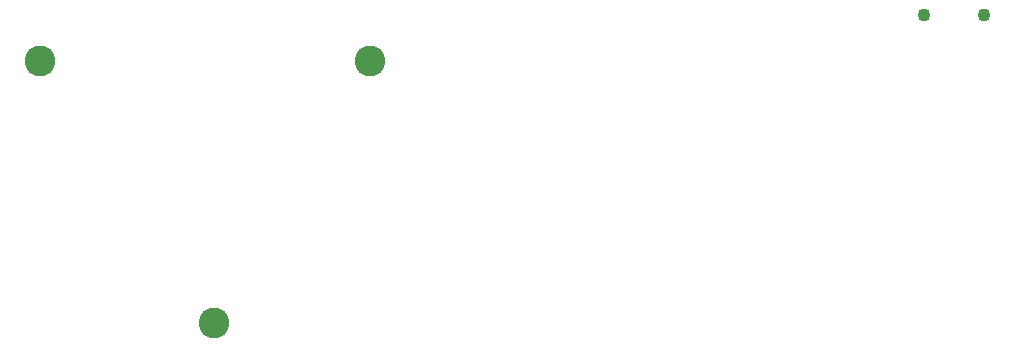
<source format=gbr>
%TF.GenerationSoftware,KiCad,Pcbnew,(6.0.4)*%
%TF.CreationDate,2022-10-08T16:20:51+02:00*%
%TF.ProjectId,smeter,736d6574-6572-42e6-9b69-6361645f7063,0.2*%
%TF.SameCoordinates,PX5de3a50PY84ba458*%
%TF.FileFunction,NonPlated,1,2,NPTH,Drill*%
%TF.FilePolarity,Positive*%
%FSLAX46Y46*%
G04 Gerber Fmt 4.6, Leading zero omitted, Abs format (unit mm)*
G04 Created by KiCad (PCBNEW (6.0.4)) date 2022-10-08 16:20:51*
%MOMM*%
%LPD*%
G01*
G04 APERTURE LIST*
%TA.AperFunction,ComponentDrill*%
%ADD10C,1.100000*%
%TD*%
%TA.AperFunction,ComponentDrill*%
%ADD11C,2.600000*%
%TD*%
G04 APERTURE END LIST*
D10*
%TO.C,J2*%
X90025000Y89725000D03*
X95025000Y89725000D03*
D11*
%TO.C,-BT1*%
X15100000Y85800000D03*
X29850000Y63600000D03*
X43100000Y85800000D03*
M02*

</source>
